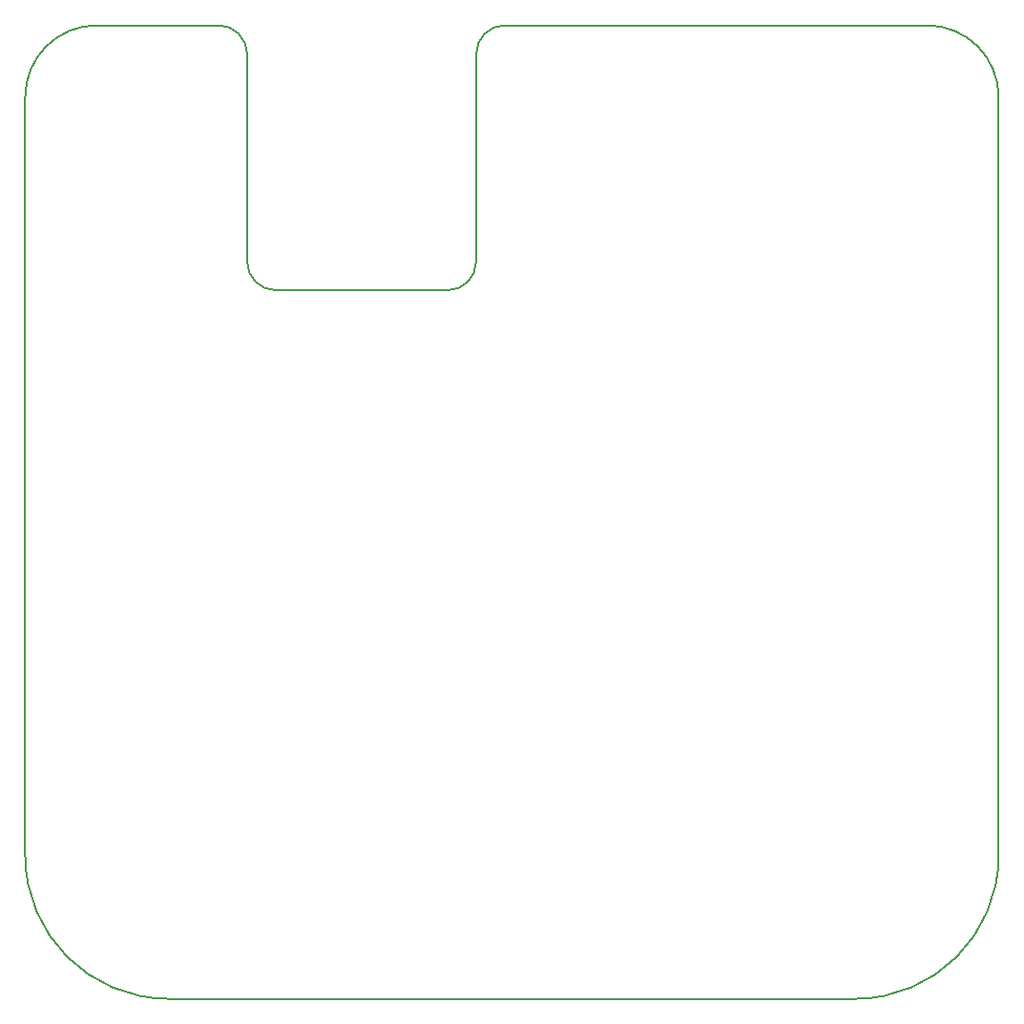
<source format=gm1>
G04 #@! TF.GenerationSoftware,KiCad,Pcbnew,(5.0.1)-3*
G04 #@! TF.CreationDate,2018-11-19T22:52:35-06:00*
G04 #@! TF.ProjectId,19-ELC-2700(Telemetry),31392D454C432D323730302854656C65,rev?*
G04 #@! TF.SameCoordinates,Original*
G04 #@! TF.FileFunction,Profile,NP*
%FSLAX46Y46*%
G04 Gerber Fmt 4.6, Leading zero omitted, Abs format (unit mm)*
G04 Created by KiCad (PCBNEW (5.0.1)-3) date 11/19/2018 10:52:35 PM*
%MOMM*%
%LPD*%
G01*
G04 APERTURE LIST*
%ADD10C,0.150000*%
G04 APERTURE END LIST*
D10*
X54940000Y-19665000D02*
G75*
G02X57480000Y-22205000I0J-2540000D01*
G01*
X77800000Y-22205000D02*
G75*
G02X80340000Y-19665000I2540000J0D01*
G01*
X77800000Y-40620000D02*
G75*
G02X75260000Y-43160000I-2540000J0D01*
G01*
X60020000Y-43160000D02*
G75*
G02X57480000Y-40620000I0J2540000D01*
G01*
X117805000Y-19665000D02*
G75*
G02X124155000Y-26015000I0J-6350000D01*
G01*
X124155000Y-93325000D02*
G75*
G02X111455000Y-106025000I-12700000J0D01*
G01*
X37795000Y-26015000D02*
G75*
G02X44145000Y-19665000I6350000J0D01*
G01*
X50495000Y-106025000D02*
G75*
G02X37795000Y-93325000I0J12700000D01*
G01*
X124155000Y-26015000D02*
X124155000Y-26015000D01*
X37795000Y-26015000D02*
X37795000Y-93325000D01*
X54940000Y-19665000D02*
X44145000Y-19665000D01*
X117805000Y-19665000D02*
X80340000Y-19665000D01*
X124155000Y-93325000D02*
X124155000Y-26015000D01*
X50495000Y-106025000D02*
X111455000Y-106025000D01*
X77800000Y-22205000D02*
X77800000Y-40620000D01*
X57480000Y-40620000D02*
X57480000Y-22205000D01*
X75260000Y-43160000D02*
X60020000Y-43160000D01*
M02*

</source>
